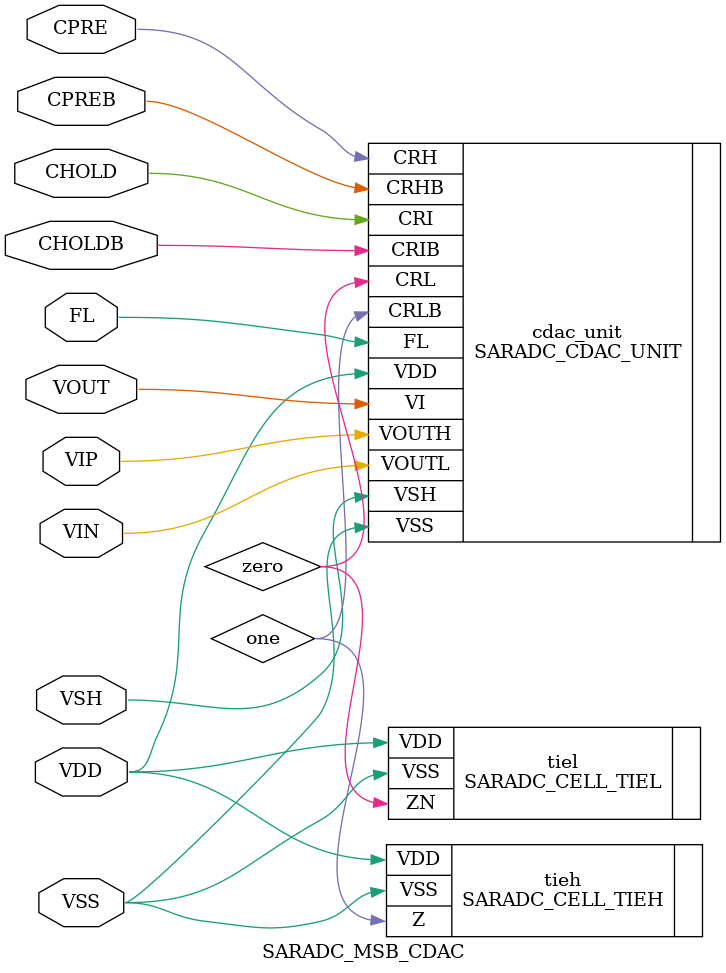
<source format=v>

module SARADC_LSB_CDAC # (
  parameter integer NBITS = 7,
  parameter integer NPW = 3, // Number of caps in X for each CDAC unit
  parameter integer NPH = 2 // Number of caps in Y for each CDAC unit
) (
  inout VDD, VSS,
  input CPRE, CPREB, 
  input [NBITS-1:0] CRH, CRHB, CRL, CRLB, // Negated and non-negated
  inout VREF, VOUTH, VOUTL, // Inouts of the switches
  inout [NBITS:0] VSH, FL // Debug signals (Capacitor terminals, there is one more for the dummy)
);
  
  genvar i;
  generate
    for(i = 0; i < NBITS; i = i + 1) begin : cdac_bit
      SARADC_CDAC_UNIT #(
        .NSW_VI(1 << i), // 1, 2, 4, 8...
        .NSW_VOUTH(1 << i), // 1, 2, 4, 8...
        .NSW_VOUTL(1 << i), // 1, 2, 4, 8...
        .NSW_CAP((1 << i)*NPW*NPH) // 1, 2, 4, 8... and multiplied by NPW*NPH
      ) cdac_unit (
        .VDD(VDD), .VSS(VSS), 
        .CRI(CPRE), .CRIB(CPREB),
        .CRH(CRH[i]), .CRHB(CRHB[i]),
        .CRL(CRL[i]), .CRLB(CRLB[i]),
        .VI(VREF), .VOUTH(VOUTH), .VOUTL(VOUTL),
        .VSH(VSH[i+1]), .FL(FL[i+1]) // Note: These are 1 bit off
      );
    end
  endgenerate
  
  wire zero, one;
  SARADC_CELL_TIEH tieh(.VDD(VDD), .VSS(VSS), .Z(one));
  SARADC_CELL_TIEL tiel(.VDD(VDD), .VSS(VSS), .ZN(zero));
  
  // The dummy CDAC
  SARADC_CDAC_UNIT #(
    .NSW_VI(1),
    .NSW_VOUTH(1),
    .NSW_VOUTL(1),
    .NSW_CAP(6)
  ) cdac_unit (
    .VDD(VDD), .VSS(VSS), 
    .CRI(CPRE), .CRIB(CPREB),
    .CRH(zero), .CRHB(one), // Disabled
    .CRL(zero), .CRLB(one), // Disabled
    .VI(VREF), .VOUTH(VOUTH), .VOUTL(VOUTL),
    .VSH(VSH[0]), .FL(FL[0]) // NOTE: The dummy VSH/FL is put in 0
  );

endmodule

// MSB CDAC definition
// This is the Capacitor DAC, doing the most significant bit (MSB), singular

module SARADC_MSB_CDAC # (
  parameter integer NBITS = 7,
  parameter integer NPW = 3, // Number of caps in X for each CDAC unit
  parameter integer NPH = 2 // Number of caps in Y for each CDAC unit
) (
  inout VDD, VSS,
  input CPRE, CPREB, CHOLD, CHOLDB,
  inout VIP, VIN, VOUT, // Inouts of the switches
  inout VSH, FL // Debug signals (Capacitor terminals)
);
  
  wire zero, one;
  SARADC_CELL_TIEH tieh(.VDD(VDD), .VSS(VSS), .Z(one));
  SARADC_CELL_TIEL tiel(.VDD(VDD), .VSS(VSS), .ZN(zero));
  
  // This CDAC unit is connected backwards
  SARADC_CDAC_UNIT #(
    .NSW_VI(1 << NBITS),
    .NSW_VOUTH(1 << NBITS),
    .NSW_VOUTL(1 << NBITS),
    .NSW_CAP((1 << NBITS)*NPW*NPH)
  ) cdac_unit (
    .VDD(VDD), .VSS(VSS), 
    .CRI(CHOLD), .CRIB(CHOLDB),
    .CRH(CPRE), .CRHB(CPREB),
    .CRL(zero), .CRLB(one), // Disabled (NOTE: It was conected to power, but this is illegal)
    .VI(VOUT), .VOUTH(VIP), .VOUTL(VIN),
    .VSH(VSH), .FL(FL)
  );

endmodule


</source>
